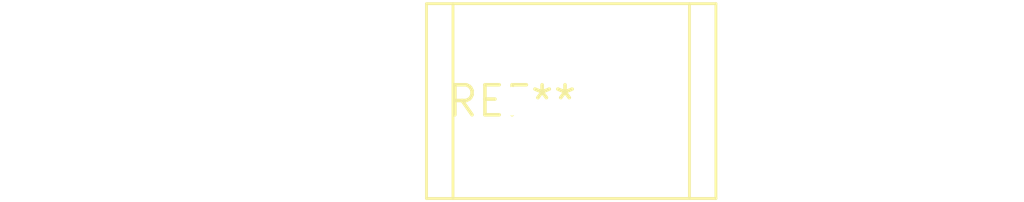
<source format=kicad_pcb>
(kicad_pcb (version 20240108) (generator pcbnew)
  (layers (0 "F.Cu" signal) (31 "B.Cu" signal) (34 "B.Paste" user) (35 "F.Paste" user) (36 "B.SilkS" user "B.Silkscreen") (37 "F.SilkS" user "F.Silkscreen") (38 "B.Mask" user) (39 "F.Mask" user) (44 "Edge.Cuts" user))
  (net 0 "")
  (footprint "R_Radial_Power_L12.0mm_W8.0mm_P5.00mm" (layer "F.Cu") (at 0 0)
    (property "Reference" "REF**")
    (property "Value" "R_Radial_Power_L12.0mm_W8.0mm_P5.00mm")
    (fp_line (start -3.62 -4.12) (end -3.62 4.12) (layer "F.SilkS") (stroke (width 0.12)))
    (fp_line (start -3.62 -4.12) (end 8.62 -4.12) (layer "F.SilkS") (stroke (width 0.12)))
    (fp_line (start -3.62 4.12) (end 8.62 4.12) (layer "F.SilkS") (stroke (width 0.12)))
    (fp_line (start -2.5 -4.12) (end -2.5 4.12) (layer "F.SilkS") (stroke (width 0.12)))
    (fp_line (start 7.5 -4.12) (end 7.5 4.12) (layer "F.SilkS") (stroke (width 0.12)))
    (fp_line (start 8.62 -4.12) (end 8.62 4.12) (layer "F.SilkS") (stroke (width 0.12)))
    (pad "1" thru_hole circle (at 0 0) (size 2.4 2.4) (drill 1.2) (layers *.Cu *.Mask) (remove_unused_layers))
    (pad "2" thru_hole circle (at 5 0) (size 2.4 2.4) (drill 1.2) (layers *.Cu *.Mask) (remove_unused_layers))
  )
)
</source>
